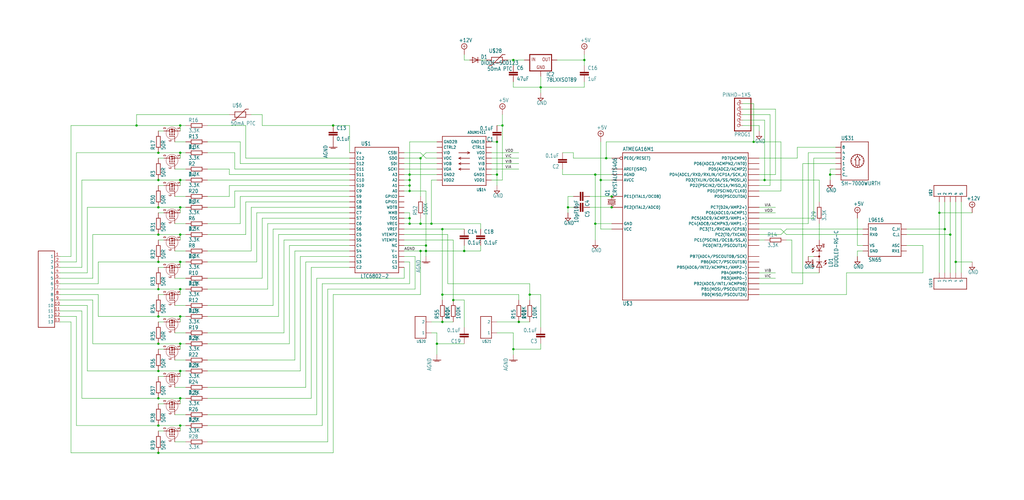
<source format=kicad_sch>
(kicad_sch (version 20211123) (generator eeschema)
  (paper "User" 476.25 232.689)
  (junction (at 281.94 73.66))
  (junction (at 83.82 198.12))
  (junction (at 195.58 73.66))
  (junction (at 200.66 104.14))
  (junction (at 205.74 106.68))
  (junction (at 190.5 101.6))
  (junction (at 436.88 99.06))
  (junction (at 73.66 198.12))
  (junction (at 73.66 185.42))
  (junction (at 83.82 83.82))
  (junction (at 83.82 147.32))
  (junction (at 233.68 58.42))
  (junction (at 73.66 134.62))
  (junction (at 444.5 121.92))
  (junction (at 276.86 104.14))
  (junction (at 83.82 134.62))
  (junction (at 241.3 149.86))
  (junction (at 231.14 81.28))
  (junction (at 441.96 109.22))
  (junction (at 73.66 147.32))
  (junction (at 73.66 109.22))
  (junction (at 190.5 104.14))
  (junction (at 73.66 96.52))
  (junction (at 238.76 162.56))
  (junction (at 83.82 109.22))
  (junction (at 190.5 81.28))
  (junction (at 83.82 185.42))
  (junction (at 190.5 86.36))
  (junction (at 73.66 83.82))
  (junction (at 83.82 58.42))
  (junction (at 83.82 96.52))
  (junction (at 73.66 121.92))
  (junction (at 264.16 96.52))
  (junction (at 439.42 106.68))
  (junction (at 198.12 114.3))
  (junction (at 238.76 27.94))
  (junction (at 73.66 210.82))
  (junction (at 154.94 58.42))
  (junction (at 355.6 83.82))
  (junction (at 73.66 172.72))
  (junction (at 251.46 40.64))
  (junction (at 195.58 104.14))
  (junction (at 279.4 83.82))
  (junction (at 231.14 66.04))
  (junction (at 190.5 83.82))
  (junction (at 276.86 81.28))
  (junction (at 63.5 58.42))
  (junction (at 205.74 149.86))
  (junction (at 203.2 160.02))
  (junction (at 73.66 71.12))
  (junction (at 83.82 71.12))
  (junction (at 190.5 88.9))
  (junction (at 73.66 160.02))
  (junction (at 198.12 116.84))
  (junction (at 205.74 137.16))
  (junction (at 284.48 96.52))
  (junction (at 83.82 160.02))
  (junction (at 246.38 137.16))
  (junction (at 271.78 27.94))
  (junction (at 83.82 172.72))
  (junction (at 386.08 81.28))
  (junction (at 210.82 139.7))
  (junction (at 215.9 116.84))
  (junction (at 195.58 116.84))
  (junction (at 284.48 91.44))
  (junction (at 83.82 121.92))
  (junction (at 350.52 66.04))
  (wire (pts (xy 441.96 109.22) (xy 441.96 93.98)))
  (wire (pts (xy 447.04 127) (xy 447.04 93.98)))
  (wire (pts (xy 388.62 68.58) (xy 370.84 68.58)))
  (wire (pts (xy 124.46 104.14) (xy 124.46 134.62)))
  (wire (pts (xy 38.1 124.46) (xy 27.94 124.46)))
  (wire (pts (xy 358.14 53.34) (xy 345.44 53.34)))
  (wire (pts (xy 208.28 132.08) (xy 208.28 109.22)))
  (wire (pts (xy 187.96 111.76) (xy 210.82 111.76)))
  (wire (pts (xy 198.12 116.84) (xy 198.12 114.3)))
  (wire (pts (xy 398.78 114.3) (xy 398.78 101.6)))
  (wire (pts (xy 205.74 139.7) (xy 205.74 137.16)))
  (wire (pts (xy 198.12 88.9) (xy 190.5 88.9)))
  (wire (pts (xy 264.16 96.52) (xy 264.16 91.44)))
  (wire (pts (xy 83.82 58.42) (xy 63.5 58.42)))
  (wire (pts (xy 259.08 27.94) (xy 271.78 27.94)))
  (wire (pts (xy 83.82 71.12) (xy 73.66 71.12)))
  (wire (pts (xy 83.82 99.06) (xy 83.82 96.52)))
  (wire (pts (xy 360.68 81.28) (xy 360.68 50.8)))
  (wire (pts (xy 152.4 205.74) (xy 96.52 205.74)))
  (wire (pts (xy 246.38 149.86) (xy 241.3 149.86)))
  (wire (pts (xy 73.66 175.26) (xy 76.2 175.26)))
  (wire (pts (xy 86.36 180.34) (xy 81.28 180.34)))
  (wire (pts (xy 401.32 114.3) (xy 398.78 114.3)))
  (wire (pts (xy 223.52 104.14) (xy 223.52 106.68)))
  (wire (pts (xy 86.36 66.04) (xy 81.28 66.04)))
  (wire (pts (xy 203.2 71.12) (xy 198.12 71.12)))
  (wire (pts (xy 444.5 127) (xy 444.5 121.92)))
  (wire (pts (xy 76.2 73.66) (xy 73.66 73.66)))
  (wire (pts (xy 378.46 119.38) (xy 375.92 119.38)))
  (wire (pts (xy 96.52 71.12) (xy 109.22 71.12)))
  (wire (pts (xy 73.66 71.12) (xy 35.56 71.12)))
  (wire (pts (xy 441.96 127) (xy 441.96 109.22)))
  (wire (pts (xy 40.64 142.24) (xy 27.94 142.24)))
  (wire (pts (xy 109.22 96.52) (xy 96.52 96.52)))
  (wire (pts (xy 215.9 116.84) (xy 215.9 114.3)))
  (wire (pts (xy 228.6 71.12) (xy 241.3 71.12)))
  (wire (pts (xy 73.66 96.52) (xy 40.64 96.52)))
  (wire (pts (xy 162.56 96.52) (xy 116.84 96.52)))
  (wire (pts (xy 111.76 66.04) (xy 111.76 76.2)))
  (wire (pts (xy 129.54 147.32) (xy 96.52 147.32)))
  (wire (pts (xy 215.9 116.84) (xy 223.52 116.84)))
  (wire (pts (xy 86.36 83.82) (xy 83.82 83.82)))
  (wire (pts (xy 363.22 109.22) (xy 353.06 109.22)))
  (wire (pts (xy 83.82 124.46) (xy 83.82 121.92)))
  (wire (pts (xy 271.78 40.64) (xy 251.46 40.64)))
  (wire (pts (xy 353.06 86.36) (xy 358.14 86.36)))
  (wire (pts (xy 35.56 147.32) (xy 27.94 147.32)))
  (wire (pts (xy 38.1 185.42) (xy 38.1 144.78)))
  (wire (pts (xy 353.06 127) (xy 360.68 127)))
  (wire (pts (xy 109.22 71.12) (xy 109.22 78.74)))
  (wire (pts (xy 73.66 210.82) (xy 154.94 210.82)))
  (wire (pts (xy 281.94 73.66) (xy 281.94 66.04)))
  (wire (pts (xy 111.76 104.14) (xy 96.52 104.14)))
  (wire (pts (xy 266.7 73.66) (xy 266.7 71.12)))
  (wire (pts (xy 200.66 104.14) (xy 200.66 83.82)))
  (wire (pts (xy 86.36 109.22) (xy 83.82 109.22)))
  (wire (pts (xy 353.06 99.06) (xy 360.68 99.06)))
  (wire (pts (xy 195.58 104.14) (xy 200.66 104.14)))
  (wire (pts (xy 162.56 106.68) (xy 127 106.68)))
  (wire (pts (xy 127 106.68) (xy 127 142.24)))
  (wire (pts (xy 63.5 58.42) (xy 33.02 58.42)))
  (wire (pts (xy 83.82 160.02) (xy 86.36 160.02)))
  (wire (pts (xy 35.56 121.92) (xy 27.94 121.92)))
  (wire (pts (xy 129.54 109.22) (xy 129.54 147.32)))
  (wire (pts (xy 40.64 127) (xy 27.94 127)))
  (wire (pts (xy 111.76 76.2) (xy 162.56 76.2)))
  (wire (pts (xy 134.62 114.3) (xy 134.62 160.02)))
  (wire (pts (xy 73.66 162.56) (xy 76.2 162.56)))
  (wire (pts (xy 350.52 48.26) (xy 345.44 48.26)))
  (wire (pts (xy 198.12 71.12) (xy 195.58 73.66)))
  (wire (pts (xy 223.52 116.84) (xy 223.52 114.3)))
  (wire (pts (xy 73.66 96.52) (xy 83.82 96.52)))
  (wire (pts (xy 228.6 78.74) (xy 241.3 78.74)))
  (wire (pts (xy 401.32 106.68) (xy 365.76 106.68)))
  (wire (pts (xy 33.02 119.38) (xy 27.94 119.38)))
  (wire (pts (xy 439.42 127) (xy 439.42 106.68)))
  (wire (pts (xy 73.66 137.16) (xy 76.2 137.16)))
  (wire (pts (xy 195.58 101.6) (xy 195.58 104.14)))
  (wire (pts (xy 144.78 124.46) (xy 144.78 185.42)))
  (wire (pts (xy 86.36 193.04) (xy 81.28 193.04)))
  (wire (pts (xy 388.62 76.2) (xy 373.38 76.2)))
  (wire (pts (xy 353.06 104.14) (xy 375.92 104.14)))
  (wire (pts (xy 111.76 91.44) (xy 111.76 104.14)))
  (wire (pts (xy 149.86 132.08) (xy 149.86 198.12)))
  (wire (pts (xy 279.4 106.68) (xy 279.4 83.82)))
  (wire (pts (xy 284.48 104.14) (xy 276.86 104.14)))
  (wire (pts (xy 353.06 132.08) (xy 373.38 132.08)))
  (wire (pts (xy 83.82 172.72) (xy 86.36 172.72)))
  (wire (pts (xy 114.3 93.98) (xy 114.3 109.22)))
  (wire (pts (xy 198.12 116.84) (xy 198.12 119.38)))
  (wire (pts (xy 205.74 149.86) (xy 200.66 149.86)))
  (wire (pts (xy 228.6 76.2) (xy 241.3 76.2)))
  (wire (pts (xy 86.36 142.24) (xy 81.28 142.24)))
  (wire (pts (xy 162.56 71.12) (xy 162.56 58.42)))
  (wire (pts (xy 162.56 114.3) (xy 134.62 114.3)))
  (wire (pts (xy 73.66 83.82) (xy 38.1 83.82)))
  (wire (pts (xy 137.16 167.64) (xy 96.52 167.64)))
  (wire (pts (xy 388.62 81.28) (xy 386.08 81.28)))
  (wire (pts (xy 246.38 137.16) (xy 246.38 139.7)))
  (wire (pts (xy 231.14 154.94) (xy 238.76 154.94)))
  (wire (pts (xy 195.58 116.84) (xy 195.58 137.16)))
  (wire (pts (xy 187.96 124.46) (xy 187.96 129.54)))
  (wire (pts (xy 73.66 124.46) (xy 76.2 124.46)))
  (wire (pts (xy 187.96 121.92) (xy 190.5 121.92)))
  (wire (pts (xy 187.96 71.12) (xy 195.58 71.12)))
  (wire (pts (xy 76.2 86.36) (xy 73.66 86.36)))
  (wire (pts (xy 83.82 137.16) (xy 83.82 134.62)))
  (wire (pts (xy 162.56 99.06) (xy 119.38 99.06)))
  (wire (pts (xy 83.82 86.36) (xy 83.82 83.82)))
  (wire (pts (xy 195.58 73.66) (xy 187.96 73.66)))
  (wire (pts (xy 86.36 104.14) (xy 81.28 104.14)))
  (wire (pts (xy 162.56 119.38) (xy 139.7 119.38)))
  (wire (pts (xy 73.66 134.62) (xy 83.82 134.62)))
  (wire (pts (xy 83.82 187.96) (xy 83.82 185.42)))
  (wire (pts (xy 106.68 53.34) (xy 63.5 53.34)))
  (wire (pts (xy 363.22 106.68) (xy 365.76 109.22)))
  (wire (pts (xy 210.82 139.7) (xy 210.82 111.76)))
  (wire (pts (xy 45.72 121.92) (xy 45.72 132.08)))
  (wire (pts (xy 43.18 129.54) (xy 27.94 129.54)))
  (wire (pts (xy 114.3 109.22) (xy 96.52 109.22)))
  (wire (pts (xy 83.82 73.66) (xy 83.82 71.12)))
  (wire (pts (xy 231.14 81.28) (xy 231.14 86.36)))
  (wire (pts (xy 124.46 134.62) (xy 96.52 134.62)))
  (wire (pts (xy 162.56 104.14) (xy 124.46 104.14)))
  (wire (pts (xy 228.6 81.28) (xy 231.14 81.28)))
  (wire (pts (xy 162.56 83.82) (xy 96.52 83.82)))
  (wire (pts (xy 231.14 66.04) (xy 231.14 81.28)))
  (wire (pts (xy 119.38 121.92) (xy 96.52 121.92)))
  (wire (pts (xy 215.9 27.94) (xy 215.9 25.4)))
  (wire (pts (xy 238.76 27.94) (xy 243.84 27.94)))
  (wire (pts (xy 73.66 149.86) (xy 76.2 149.86)))
  (wire (pts (xy 241.3 139.7) (xy 241.3 137.16)))
  (wire (pts (xy 373.38 132.08) (xy 373.38 76.2)))
  (wire (pts (xy 365.76 109.22) (xy 401.32 109.22)))
  (wire (pts (xy 86.36 78.74) (xy 81.28 78.74)))
  (wire (pts (xy 388.62 73.66) (xy 378.46 73.66)))
  (wire (pts (xy 228.6 66.04) (xy 231.14 66.04)))
  (wire (pts (xy 43.18 109.22) (xy 43.18 129.54)))
  (wire (pts (xy 355.6 55.88) (xy 355.6 83.82)))
  (wire (pts (xy 86.36 91.44) (xy 81.28 91.44)))
  (wire (pts (xy 147.32 129.54) (xy 147.32 193.04)))
  (wire (pts (xy 162.56 121.92) (xy 142.24 121.92)))
  (wire (pts (xy 162.56 111.76) (xy 132.08 111.76)))
  (wire (pts (xy 274.32 96.52) (xy 284.48 96.52)))
  (wire (pts (xy 83.82 60.96) (xy 83.82 58.42)))
  (wire (pts (xy 83.82 198.12) (xy 73.66 198.12)))
  (wire (pts (xy 401.32 116.84) (xy 398.78 116.84)))
  (wire (pts (xy 205.74 106.68) (xy 215.9 106.68)))
  (wire (pts (xy 251.46 40.64) (xy 251.46 43.18)))
  (wire (pts (xy 203.2 160.02) (xy 203.2 165.1)))
  (wire (pts (xy 398.78 116.84) (xy 398.78 119.38)))
  (wire (pts (xy 261.62 81.28) (xy 261.62 78.74)))
  (wire (pts (xy 439.42 93.98) (xy 439.42 106.68)))
  (wire (pts (xy 187.96 88.9) (xy 190.5 88.9)))
  (wire (pts (xy 121.92 58.42) (xy 121.92 53.34)))
  (wire (pts (xy 284.48 81.28) (xy 276.86 81.28)))
  (wire (pts (xy 203.2 154.94) (xy 203.2 160.02)))
  (wire (pts (xy 106.68 91.44) (xy 96.52 91.44)))
  (wire (pts (xy 236.22 27.94) (xy 238.76 27.94)))
  (wire (pts (xy 429.26 127) (xy 393.7 127)))
  (wire (pts (xy 45.72 147.32) (xy 45.72 137.16)))
  (wire (pts (xy 127 142.24) (xy 96.52 142.24)))
  (wire (pts (xy 365.76 111.76) (xy 368.3 111.76)))
  (wire (pts (xy 190.5 99.06) (xy 190.5 101.6)))
  (wire (pts (xy 353.06 106.68) (xy 363.22 106.68)))
  (wire (pts (xy 132.08 154.94) (xy 96.52 154.94)))
  (wire (pts (xy 162.56 101.6) (xy 121.92 101.6)))
  (wire (pts (xy 73.66 160.02) (xy 83.82 160.02)))
  (wire (pts (xy 251.46 152.4) (xy 251.46 137.16)))
  (wire (pts (xy 38.1 83.82) (xy 38.1 124.46)))
  (wire (pts (xy 200.66 83.82) (xy 203.2 83.82)))
  (wire (pts (xy 198.12 73.66) (xy 203.2 73.66)))
  (wire (pts (xy 134.62 160.02) (xy 96.52 160.02)))
  (wire (pts (xy 83.82 134.62) (xy 86.36 134.62)))
  (wire (pts (xy 187.96 76.2) (xy 203.2 76.2)))
  (wire (pts (xy 284.48 73.66) (xy 281.94 73.66)))
  (wire (pts (xy 45.72 132.08) (xy 27.94 132.08)))
  (wire (pts (xy 353.06 88.9) (xy 363.22 88.9)))
  (wire (pts (xy 429.26 114.3) (xy 429.26 127)))
  (wire (pts (xy 83.82 121.92) (xy 86.36 121.92)))
  (wire (pts (xy 142.24 180.34) (xy 96.52 180.34)))
  (wire (pts (xy 368.3 127) (xy 381 127)))
  (wire (pts (xy 45.72 137.16) (xy 27.94 137.16)))
  (wire (pts (xy 233.68 83.82) (xy 233.68 58.42)))
  (wire (pts (xy 228.6 73.66) (xy 241.3 73.66)))
  (wire (pts (xy 187.96 119.38) (xy 193.04 119.38)))
  (wire (pts (xy 154.94 58.42) (xy 162.56 58.42)))
  (wire (pts (xy 200.66 154.94) (xy 203.2 154.94)))
  (wire (pts (xy 40.64 172.72) (xy 40.64 142.24)))
  (wire (pts (xy 73.66 160.02) (xy 43.18 160.02)))
  (wire (pts (xy 73.66 198.12) (xy 35.56 198.12)))
  (wire (pts (xy 276.86 81.28) (xy 261.62 81.28)))
  (wire (pts (xy 187.96 104.14) (xy 190.5 104.14)))
  (wire (pts (xy 154.94 137.16) (xy 154.94 210.82)))
  (wire (pts (xy 106.68 86.36) (xy 106.68 91.44)))
  (wire (pts (xy 190.5 101.6) (xy 190.5 104.14)))
  (wire (pts (xy 154.94 58.42) (xy 121.92 58.42)))
  (wire (pts (xy 421.64 114.3) (xy 429.26 114.3)))
  (wire (pts (xy 238.76 162.56) (xy 251.46 162.56)))
  (wire (pts (xy 83.82 149.86) (xy 83.82 147.32)))
  (wire (pts (xy 106.68 78.74) (xy 106.68 81.28)))
  (wire (pts (xy 195.58 71.12) (xy 198.12 73.66)))
  (wire (pts (xy 187.96 106.68) (xy 205.74 106.68)))
  (wire (pts (xy 264.16 96.52) (xy 266.7 96.52)))
  (wire (pts (xy 190.5 66.04) (xy 190.5 81.28)))
  (wire (pts (xy 215.9 139.7) (xy 210.82 139.7)))
  (wire (pts (xy 73.66 121.92) (xy 83.82 121.92)))
  (wire (pts (xy 114.3 58.42) (xy 96.52 58.42)))
  (wire (pts (xy 218.44 27.94) (xy 215.9 27.94)))
  (wire (pts (xy 279.4 66.04) (xy 279.4 83.82)))
  (wire (pts (xy 195.58 91.44) (xy 195.58 73.66)))
  (wire (pts (xy 264.16 91.44) (xy 266.7 91.44)))
  (wire (pts (xy 73.66 172.72) (xy 40.64 172.72)))
  (wire (pts (xy 200.66 104.14) (xy 223.52 104.14)))
  (wire (pts (xy 353.06 129.54) (xy 360.68 129.54)))
  (wire (pts (xy 190.5 121.92) (xy 190.5 132.08)))
  (wire (pts (xy 345.44 55.88) (xy 355.6 55.88)))
  (wire (pts (xy 116.84 116.84) (xy 96.52 116.84)))
  (wire (pts (xy 271.78 25.4) (xy 271.78 27.94)))
  (wire (pts (xy 73.66 187.96) (xy 76.2 187.96)))
  (wire (pts (xy 271.78 27.94) (xy 271.78 30.48)))
  (wire (pts (xy 375.92 71.12) (xy 375.92 104.14)))
  (wire (pts (xy 76.2 60.96) (xy 73.66 60.96)))
  (wire (pts (xy 73.66 185.42) (xy 38.1 185.42)))
  (wire (pts (xy 388.62 71.12) (xy 375.92 71.12)))
  (wire (pts (xy 231.14 58.42) (xy 233.68 58.42)))
  (wire (pts (xy 86.36 116.84) (xy 81.28 116.84)))
  (wire (pts (xy 83.82 111.76) (xy 83.82 109.22)))
  (wire (pts (xy 43.18 160.02) (xy 43.18 139.7)))
  (wire (pts (xy 33.02 210.82) (xy 33.02 149.86)))
  (wire (pts (xy 195.58 116.84) (xy 198.12 116.84)))
  (wire (pts (xy 353.06 96.52) (xy 360.68 96.52)))
  (wire (pts (xy 190.5 81.28) (xy 190.5 83.82)))
  (wire (pts (xy 40.64 96.52) (xy 40.64 127)))
  (wire (pts (xy 223.52 27.94) (xy 226.06 27.94)))
  (wire (pts (xy 246.38 132.08) (xy 208.28 132.08)))
  (wire (pts (xy 251.46 35.56) (xy 251.46 40.64)))
  (wire (pts (xy 73.66 111.76) (xy 76.2 111.76)))
  (wire (pts (xy 353.06 81.28) (xy 360.68 81.28)))
  (wire (pts (xy 86.36 154.94) (xy 81.28 154.94)))
  (wire (pts (xy 452.12 99.06) (xy 436.88 99.06)))
  (wire (pts (xy 238.76 162.56) (xy 238.76 165.1)))
  (wire (pts (xy 198.12 116.84) (xy 215.9 116.84)))
  (wire (pts (xy 190.5 88.9) (xy 190.5 86.36)))
  (wire (pts (xy 381 83.82) (xy 381 93.98)))
  (wire (pts (xy 83.82 147.32) (xy 86.36 147.32)))
  (wire (pts (xy 83.82 109.22) (xy 73.66 109.22)))
  (wire (pts (xy 139.7 119.38) (xy 139.7 172.72)))
  (wire (pts (xy 393.7 127) (xy 393.7 137.16)))
  (wire (pts (xy 132.08 111.76) (xy 132.08 154.94)))
  (wire (pts (xy 86.36 205.74) (xy 81.28 205.74)))
  (wire (pts (xy 284.48 83.82) (xy 279.4 83.82)))
  (wire (pts (xy 452.12 121.92) (xy 444.5 121.92)))
  (wire (pts (xy 187.96 78.74) (xy 203.2 78.74)))
  (wire (pts (xy 241.3 137.16) (xy 205.74 137.16)))
  (wire (pts (xy 266.7 71.12) (xy 261.62 71.12)))
  (wire (pts (xy 210.82 149.86) (xy 205.74 149.86)))
  (wire (pts (xy 208.28 109.22) (xy 187.96 109.22)))
  (wire (pts (xy 73.66 210.82) (xy 33.02 210.82)))
  (wire (pts (xy 363.22 88.9) (xy 363.22 66.04)))
  (wire (pts (xy 231.14 149.86) (xy 241.3 149.86)))
  (wire (pts (xy 83.82 96.52) (xy 86.36 96.52)))
  (wire (pts (xy 162.56 109.22) (xy 129.54 109.22)))
  (wire (pts (xy 73.66 147.32) (xy 83.82 147.32)))
  (wire (pts (xy 198.12 114.3) (xy 198.12 88.9)))
  (wire (pts (xy 187.96 81.28) (xy 190.5 81.28)))
  (wire (pts (xy 187.96 129.54) (xy 147.32 129.54)))
  (wire (pts (xy 35.56 198.12) (xy 35.56 147.32)))
  (wire (pts (xy 190.5 83.82) (xy 187.96 83.82)))
  (wire (pts (xy 83.82 175.26) (xy 83.82 172.72)))
  (wire (pts (xy 73.66 134.62) (xy 27.94 134.62)))
  (wire (pts (xy 355.6 111.76) (xy 353.06 111.76)))
  (wire (pts (xy 353.06 101.6) (xy 378.46 101.6)))
  (wire (pts (xy 109.22 88.9) (xy 109.22 96.52)))
  (wire (pts (xy 162.56 91.44) (xy 111.76 91.44)))
  (wire (pts (xy 76.2 99.06) (xy 73.66 99.06)))
  (wire (pts (xy 149.86 198.12) (xy 96.52 198.12)))
  (wire (pts (xy 238.76 30.48) (xy 238.76 27.94)))
  (wire (pts (xy 35.56 71.12) (xy 35.56 121.92)))
  (wire (pts (xy 137.16 116.84) (xy 137.16 167.64)))
  (wire (pts (xy 144.78 185.42) (xy 96.52 185.42)))
  (wire (pts (xy 195.58 137.16) (xy 154.94 137.16)))
  (wire (pts (xy 190.5 104.14) (xy 195.58 104.14)))
  (wire (pts (xy 276.86 104.14) (xy 276.86 111.76)))
  (wire (pts (xy 246.38 132.08) (xy 246.38 137.16)))
  (wire (pts (xy 187.96 116.84) (xy 195.58 116.84)))
  (wire (pts (xy 142.24 121.92) (xy 142.24 180.34)))
  (wire (pts (xy 358.14 86.36) (xy 358.14 53.34)))
  (wire (pts (xy 215.9 152.4) (xy 215.9 139.7)))
  (wire (pts (xy 162.56 116.84) (xy 137.16 116.84)))
  (wire (pts (xy 147.32 193.04) (xy 96.52 193.04)))
  (wire (pts (xy 162.56 124.46) (xy 144.78 124.46)))
  (wire (pts (xy 436.88 127) (xy 436.88 99.06)))
  (wire (pts (xy 281.94 73.66) (xy 266.7 73.66)))
  (wire (pts (xy 121.92 53.34) (xy 116.84 53.34)))
  (wire (pts (xy 96.52 66.04) (xy 111.76 66.04)))
  (wire (pts (xy 86.36 129.54) (xy 81.28 129.54)))
  (wire (pts (xy 73.66 185.42) (xy 83.82 185.42)))
  (wire (pts (xy 116.84 96.52) (xy 116.84 116.84)))
  (wire (pts (xy 119.38 99.06) (xy 119.38 121.92)))
  (wire (pts (xy 162.56 73.66) (xy 114.3 73.66)))
  (wire (pts (xy 215.9 160.02) (xy 203.2 160.02)))
  (wire (pts (xy 73.66 172.72) (xy 83.82 172.72)))
  (wire (pts (xy 284.48 106.68) (xy 279.4 106.68)))
  (wire (pts (xy 73.66 109.22) (xy 43.18 109.22)))
  (wire (pts (xy 33.02 149.86) (xy 27.94 149.86)))
  (wire (pts (xy 139.7 172.72) (xy 96.52 172.72)))
  (wire (pts (xy 251.46 162.56) (xy 251.46 160.02)))
  (wire (pts (xy 86.36 198.12) (xy 83.82 198.12)))
  (wire (pts (xy 83.82 162.56) (xy 83.82 160.02)))
  (wire (pts (xy 187.96 86.36) (xy 190.5 86.36)))
  (wire (pts (xy 444.5 121.92) (xy 444.5 93.98)))
  (wire (pts (xy 73.66 147.32) (xy 45.72 147.32)))
  (wire (pts (xy 83.82 83.82) (xy 73.66 83.82)))
  (wire (pts (xy 86.36 167.64) (xy 81.28 167.64)))
  (wire (pts (xy 203.2 81.28) (xy 190.5 81.28)))
  (wire (pts (xy 363.22 66.04) (xy 350.52 66.04)))
  (wire (pts (xy 73.66 121.92) (xy 45.72 121.92)))
  (wire (pts (xy 187.96 101.6) (xy 190.5 101.6)))
  (wire (pts (xy 43.18 139.7) (xy 27.94 139.7)))
  (wire (pts (xy 190.5 132.08) (xy 149.86 132.08)))
  (wire (pts (xy 238.76 154.94) (xy 238.76 162.56)))
  (wire (pts (xy 365.76 106.68) (xy 363.22 109.22)))
  (wire (pts (xy 109.22 78.74) (xy 162.56 78.74)))
  (wire (pts (xy 388.62 78.74) (xy 386.08 78.74)))
  (wire (pts (xy 421.64 106.68) (xy 439.42 106.68)))
  (wire (pts (xy 152.4 134.62) (xy 152.4 205.74)))
  (wire (pts (xy 370.84 68.58) (xy 370.84 73.66)))
  (wire (pts (xy 386.08 78.74) (xy 386.08 81.28)))
  (wire (pts (xy 86.36 71.12) (xy 83.82 71.12)))
  (wire (pts (xy 350.52 66.04) (xy 350.52 48.26)))
  (wire (pts (xy 233.68 58.42) (xy 233.68 53.34)))
  (wire (pts (xy 205.74 137.16) (xy 205.74 106.68)))
  (wire (pts (xy 63.5 53.34) (xy 63.5 58.42)))
  (wire (pts (xy 436.88 93.98) (xy 436.88 99.06)))
  (wire (pts (xy 162.56 88.9) (xy 109.22 88.9)))
  (wire (pts (xy 83.82 200.66) (xy 83.82 198.12)))
  (wire (pts (xy 203.2 66.04) (xy 190.5 66.04)))
  (wire (pts (xy 274.32 91.44) (xy 284.48 91.44)))
  (wire (pts (xy 251.46 137.16) (xy 246.38 137.16)))
  (wire (pts (xy 193.04 134.62) (xy 152.4 134.62)))
  (wire (pts (xy 187.96 99.06) (xy 190.5 99.06)))
  (wire (pts (xy 378.46 101.6) (xy 378.46 73.66)))
  (wire (pts (xy 345.44 58.42) (xy 353.06 58.42)))
  (wire (pts (xy 238.76 40.64) (xy 238.76 38.1)))
  (wire (pts (xy 86.36 58.42) (xy 83.82 58.42)))
  (wire (pts (xy 386.08 81.28) (xy 386.08 83.82)))
  (wire (pts (xy 368.3 111.76) (xy 368.3 127)))
  (wire (pts (xy 281.94 66.04) (xy 350.52 66.04)))
  (wire (pts (xy 121.92 129.54) (xy 96.52 129.54)))
  (wire (pts (xy 355.6 83.82) (xy 353.06 83.82)))
  (wire (pts (xy 114.3 73.66) (xy 114.3 58.42)))
  (wire (pts (xy 162.56 93.98) (xy 114.3 93.98)))
  (wire (pts (xy 353.06 73.66) (xy 370.84 73.66)))
  (wire (pts (xy 381 111.76) (xy 381 104.14)))
  (wire (pts (xy 271.78 38.1) (xy 271.78 40.64)))
  (wire (pts (xy 187.96 114.3) (xy 198.12 114.3)))
  (wire (pts (xy 355.6 83.82) (xy 381 83.82)))
  (wire (pts (xy 360.68 50.8) (xy 345.44 50.8)))
  (wire (pts (xy 83.82 185.42) (xy 86.36 185.42)))
  (wire (pts (xy 106.68 81.28) (xy 162.56 81.28)))
  (wire (pts (xy 162.56 86.36) (xy 106.68 86.36)))
  (wire (pts (xy 393.7 137.16) (xy 353.06 137.16)))
  (wire (pts (xy 264.16 99.06) (xy 264.16 96.52)))
  (wire (pts (xy 353.06 58.42) (xy 353.06 60.96)))
  (wire (pts (xy 276.86 81.28) (xy 276.86 104.14)))
  (wire (pts (xy 38.1 144.78) (xy 27.94 144.78)))
  (wire (pts (xy 251.46 40.64) (xy 238.76 40.64)))
  (wire (pts (xy 190.5 86.36) (xy 190.5 83.82)))
  (wire (pts (xy 228.6 83.82) (xy 233.68 83.82)))
  (wire (pts (xy 193.04 119.38) (xy 193.04 134.62)))
  (wire (pts (xy 73.66 200.66) (xy 76.2 200.66)))
  (wire (pts (xy 33.02 58.42) (xy 33.02 119.38)))
  (wire (pts (xy 96.52 78.74) (xy 106.68 78.74)))
  (wire (pts (xy 421.64 109.22) (xy 441.96 109.22)))
  (wire (pts (xy 121.92 101.6) (xy 121.92 129.54)))
  (label "VOD" (at 355.6 99.06 0) (effects (font (size 1.2446 1.2446))))
  (label "VIB" (at 234.95 76.2 0) (effects (font (size 1.2446 1.2446))))
  (label "VIA" (at 234.95 78.74 0) (effects (font (size 1.2446 1.2446))))
  (label "VIB" (at 355.6 127 0) (effects (font (size 1.2446 1.2446))))
  (label "VOD" (at 234.95 71.12 0) (effects (font (size 1.2446 1.2446))))
  (label "VIA" (at 355.6 96.52 0) (effects (font (size 1.2446 1.2446))))
  (label "VIC" (at 355.6 129.54 0) (effects (font (size 1.2446 1.2446))))
  (label "VIC" (at 234.95 73.66 0) (effects (font (size 1.2446 1.2446))))
  (label "AGND" (at 187.96 116.84 0) (effects (font (size 1.2446 1.2446))))
  (symbol (lib_id "BMS12v3-eagle-import:SI2351DS") (at 81.28 60.96 90) (unit 1)
    (property "Reference" "U$4" (effects hide))
    (property "Value" "SI2351DS" (effects hide))
    (property "Footprint" "BMS12v3:SOT23" (effects hide))
  )
  (symbol (lib_id "BMS12v3-eagle-import:GND") (at 251.46 45.72 0) (unit 1)
    (property "Reference" "#SUPPLY3" (effects hide))
    (property "Value" "GND" (at 249.555 48.895 0) (effects (font (size 1.778 1.5113)) (justify left bottom)))
    (property "Footprint" "BMS12v3:" (effects hide))
  )
  (symbol (lib_id "BMS12v3-eagle-import:R-EU_R2512") (at 73.66 91.44 90) (unit 1)
    (property "Reference" "R30" (at 72.1614 95.25 0) (effects (font (size 1.778 1.5113)) (justify left bottom)))
    (property "Value" "50R" (at 76.962 95.25 0) (effects (font (size 1.778 1.5113)) (justify left bottom)))
    (property "Footprint" "BMS12v3:R2512" (effects hide))
  )
  (symbol (lib_id "BMS12v3-eagle-import:GND") (at 276.86 114.3 0) (unit 1)
    (property "Reference" "#SUPPLY15" (effects hide))
    (property "Value" "GND" (at 274.955 117.475 0) (effects (font (size 1.778 1.5113)) (justify left bottom)))
    (property "Footprint" "BMS12v3:" (effects hide))
  )
  (symbol (lib_id "BMS12v3-eagle-import:SI2351DS") (at 81.28 162.56 90) (unit 1)
    (property "Reference" "U$13" (effects hide))
    (property "Value" "SI2351DS" (effects hide))
    (property "Footprint" "BMS12v3:SOT23" (effects hide))
  )
  (symbol (lib_id "BMS12v3-eagle-import:R-EU_R2512") (at 73.66 167.64 90) (unit 1)
    (property "Reference" "R36" (at 72.1614 171.45 0) (effects (font (size 1.778 1.5113)) (justify left bottom)))
    (property "Value" "50R" (at 76.962 171.45 0) (effects (font (size 1.778 1.5113)) (justify left bottom)))
    (property "Footprint" "BMS12v3:R2512" (effects hide))
  )
  (symbol (lib_id "BMS12v3-eagle-import:R-EU_R0805") (at 91.44 129.54 0) (unit 1)
    (property "Reference" "R10" (at 87.63 128.0414 0) (effects (font (size 1.778 1.5113)) (justify left bottom)))
    (property "Value" "3.3K" (at 87.63 132.842 0) (effects (font (size 1.778 1.5113)) (justify left bottom)))
    (property "Footprint" "BMS12v3:R0805" (effects hide))
  )
  (symbol (lib_id "BMS12v3-eagle-import:AGND") (at 198.12 121.92 0) (unit 1)
    (property "Reference" "#AGND13" (effects hide))
    (property "Value" "AGND" (at 195.58 127 90) (effects (font (size 1.778 1.5113)) (justify left bottom)))
    (property "Footprint" "BMS12v3:" (effects hide))
  )
  (symbol (lib_id "BMS12v3-eagle-import:C-EUC1206") (at 238.76 33.02 0) (unit 1)
    (property "Reference" "C6" (at 240.284 32.639 0) (effects (font (size 1.778 1.5113)) (justify left bottom)))
    (property "Value" "47uF" (at 240.284 37.719 0) (effects (font (size 1.778 1.5113)) (justify left bottom)))
    (property "Footprint" "BMS12v3:C1206" (effects hide))
  )
  (symbol (lib_id "BMS12v3-eagle-import:+12V") (at 452.12 96.52 0) (unit 1)
    (property "Reference" "#SUPPLY8" (effects hide))
    (property "Value" "+12V" (at 449.58 93.345 0) (effects (font (size 1.778 1.5113)) (justify left bottom)))
    (property "Footprint" "BMS12v3:" (effects hide))
  )
  (symbol (lib_id "BMS12v3-eagle-import:C-EUC0805") (at 271.78 96.52 270) (unit 1)
    (property "Reference" "C5" (at 272.161 98.044 0) (effects (font (size 1.778 1.5113)) (justify left bottom)))
    (property "Value" "10pF" (at 267.081 98.044 0) (effects (font (size 1.778 1.5113)) (justify left bottom)))
    (property "Footprint" "BMS12v3:C0805" (effects hide))
  )
  (symbol (lib_id "BMS12v3-eagle-import:SI2351DS") (at 81.28 187.96 90) (unit 1)
    (property "Reference" "U$16" (effects hide))
    (property "Value" "SI2351DS" (effects hide))
    (property "Footprint" "BMS12v3:SOT23" (effects hide))
  )
  (symbol (lib_id "BMS12v3-eagle-import:C-EUC0805") (at 251.46 157.48 180) (unit 1)
    (property "Reference" "C3" (at 249.936 157.861 0) (effects (font (size 1.778 1.5113)) (justify left bottom)))
    (property "Value" "0.1uF" (at 249.936 152.781 0) (effects (font (size 1.778 1.5113)) (justify left bottom)))
    (property "Footprint" "BMS12v3:C0805" (effects hide))
  )
  (symbol (lib_id "BMS12v3-eagle-import:R-EU_R2512") (at 73.66 129.54 90) (unit 1)
    (property "Reference" "R33" (at 72.1614 133.35 0) (effects (font (size 1.778 1.5113)) (justify left bottom)))
    (property "Value" "50R" (at 76.962 133.35 0) (effects (font (size 1.778 1.5113)) (justify left bottom)))
    (property "Footprint" "BMS12v3:R2512" (effects hide))
  )
  (symbol (lib_id "BMS12v3-eagle-import:DIODE-SOD123") (at 220.98 27.94 0) (unit 1)
    (property "Reference" "D1" (at 223.52 27.4574 0) (effects (font (size 1.778 1.5113)) (justify left bottom)))
    (property "Value" "DIODE-SOD123" (at 223.52 30.2514 0) (effects (font (size 1.778 1.5113)) (justify left bottom)))
    (property "Footprint" "BMS12v3:SOD123" (effects hide))
  )
  (symbol (lib_id "BMS12v3-eagle-import:R-EU_R0805") (at 91.44 96.52 0) (unit 1)
    (property "Reference" "R5" (at 87.63 95.0214 0) (effects (font (size 1.778 1.5113)) (justify left bottom)))
    (property "Value" "3.3K" (at 87.63 99.822 0) (effects (font (size 1.778 1.5113)) (justify left bottom)))
    (property "Footprint" "BMS12v3:R0805" (effects hide))
  )
  (symbol (lib_id "BMS12v3-eagle-import:SI2351DS") (at 81.28 200.66 90) (unit 1)
    (property "Reference" "U$17" (effects hide))
    (property "Value" "SI2351DS" (effects hide))
    (property "Footprint" "BMS12v3:SOT23" (effects hide))
  )
  (symbol (lib_id "BMS12v3-eagle-import:GND") (at 353.06 63.5 0) (unit 1)
    (property "Reference" "#SUPPLY14" (effects hide))
    (property "Value" "GND" (at 351.155 66.675 0) (effects (font (size 1.778 1.5113)) (justify left bottom)))
    (property "Footprint" "BMS12v3:" (effects hide))
  )
  (symbol (lib_id "BMS12v3-eagle-import:GND") (at 231.14 88.9 0) (unit 1)
    (property "Reference" "#SUPPLY11" (effects hide))
    (property "Value" "GND" (at 229.235 92.075 0) (effects (font (size 1.778 1.5113)) (justify left bottom)))
    (property "Footprint" "BMS12v3:" (effects hide))
  )
  (symbol (lib_id "BMS12v3-eagle-import:R-EU_R0805") (at 91.44 134.62 0) (unit 1)
    (property "Reference" "R11" (at 87.63 133.1214 0) (effects (font (size 1.778 1.5113)) (justify left bottom)))
    (property "Value" "3.3K" (at 87.63 137.922 0) (effects (font (size 1.778 1.5113)) (justify left bottom)))
    (property "Footprint" "BMS12v3:R0805" (effects hide))
  )
  (symbol (lib_id "BMS12v3-eagle-import:R-EU_R2512") (at 73.66 78.74 90) (unit 1)
    (property "Reference" "R3" (at 72.1614 82.55 0) (effects (font (size 1.778 1.5113)) (justify left bottom)))
    (property "Value" "50R" (at 76.962 82.55 0) (effects (font (size 1.778 1.5113)) (justify left bottom)))
    (property "Footprint" "BMS12v3:R2512" (effects hide))
  )
  (symbol (lib_id "BMS12v3-eagle-import:R-EU_R0805") (at 91.44 198.12 0) (unit 1)
    (property "Reference" "R27" (at 87.63 196.6214 0) (effects (font (size 1.778 1.5113)) (justify left bottom)))
    (property "Value" "3.3K" (at 87.63 201.422 0) (effects (font (size 1.778 1.5113)) (justify left bottom)))
    (property "Footprint" "BMS12v3:R0805" (effects hide))
  )
  (symbol (lib_id "BMS12v3-eagle-import:SI2351DS") (at 81.28 175.26 90) (unit 1)
    (property "Reference" "U$15" (effects hide))
    (property "Value" "SI2351DS" (effects hide))
    (property "Footprint" "BMS12v3:SOT23" (effects hide))
  )
  (symbol (lib_id "BMS12v3-eagle-import:R-EU_R0805") (at 91.44 160.02 0) (unit 1)
    (property "Reference" "R21" (at 87.63 158.5214 0) (effects (font (size 1.778 1.5113)) (justify left bottom)))
    (property "Value" "3.3K" (at 87.63 163.322 0) (effects (font (size 1.778 1.5113)) (justify left bottom)))
    (property "Footprint" "BMS12v3:R0805" (effects hide))
  )
  (symbol (lib_id "BMS12v3-eagle-import:C-EUC0805") (at 271.78 33.02 0) (unit 1)
    (property "Reference" "C16" (at 273.304 32.639 0) (effects (font (size 1.778 1.5113)) (justify left bottom)))
    (property "Value" "1uF" (at 273.304 37.719 0) (effects (font (size 1.778 1.5113)) (justify left bottom)))
    (property "Footprint" "BMS12v3:C0805" (effects hide))
  )
  (symbol (lib_id "BMS12v3-eagle-import:MOLEX-39502-1002") (at 195.58 152.4 180) (unit 1)
    (property "Reference" "U$20" (at 198.12 158.242 0) (effects (font (size 1.27 1.0795)) (justify left bottom)))
    (property "Value" "MOLEX-39502-1002" (effects hide))
    (property "Footprint" "BMS12v3:MOLEX-39502-1002" (effects hide))
  )
  (symbol (lib_id "BMS12v3-eagle-import:L9616") (at 411.48 111.76 0) (unit 1)
    (property "Reference" "SN65" (at 403.86 121.92 0) (effects (font (size 1.778 1.5113)) (justify left bottom)))
    (property "Value" "L9616" (at 403.86 103.378 0) (effects (font (size 1.778 1.5113)) (justify left bottom)))
    (property "Footprint" "BMS12v3:SOIC8" (effects hide))
  )
  (symbol (lib_id "BMS12v3-eagle-import:R-EU_R2512") (at 73.66 205.74 90) (unit 1)
    (property "Reference" "R39" (at 72.1614 209.55 0) (effects (font (size 1.778 1.5113)) (justify left bottom)))
    (property "Value" "50R" (at 76.962 209.55 0) (effects (font (size 1.778 1.5113)) (justify left bottom)))
    (property "Footprint" "BMS12v3:R2512" (effects hide))
  )
  (symbol (lib_id "BMS12v3-eagle-import:R-EU_R0805") (at 91.44 205.74 0) (unit 1)
    (property "Reference" "R28" (at 87.63 204.2414 0) (effects (font (size 1.778 1.5113)) (justify left bottom)))
    (property "Value" "3.3K" (at 87.63 209.042 0) (effects (font (size 1.778 1.5113)) (justify left bottom)))
    (property "Footprint" "BMS12v3:R0805" (effects hide))
  )
  (symbol (lib_id "BMS12v3-eagle-import:+5V") (at 233.68 50.8 0) (unit 1)
    (property "Reference" "#SUPPLY12" (effects hide))
    (property "Value" "+5V" (at 231.775 47.625 0) (effects (font (size 1.778 1.5113)) (justify left bottom)))
    (property "Footprint" "BMS12v3:" (effects hide))
  )
  (symbol (lib_id "BMS12v3-eagle-import:R-EU_R0805") (at 360.68 111.76 0) (unit 1)
    (property "Reference" "R14" (at 356.87 110.2614 0) (effects (font (size 1.778 1.5113)) (justify left bottom)))
    (property "Value" "3.3K" (at 356.87 115.062 0) (effects (font (size 1.778 1.5113)) (justify left bottom)))
    (property "Footprint" "BMS12v3:R0805" (effects hide))
  )
  (symbol (lib_id "BMS12v3-eagle-import:MOLEX-39502-1002") (at 226.06 152.4 180) (unit 1)
    (property "Reference" "U$21" (at 228.6 158.242 0) (effects (font (size 1.27 1.0795)) (justify left bottom)))
    (property "Value" "MOLEX-39502-1002" (effects hide))
    (property "Footprint" "BMS12v3:MOLEX-39502-1002" (effects hide))
  )
  (symbol (lib_id "BMS12v3-eagle-import:SI2351DS") (at 81.28 86.36 90) (unit 1)
    (property "Reference" "U$7" (effects hide))
    (property "Value" "SI2351DS" (effects hide))
    (property "Footprint" "BMS12v3:SOT23" (effects hide))
  )
  (symbol (lib_id "BMS12v3-eagle-import:AGND") (at 238.76 167.64 0) (unit 1)
    (property "Reference" "#AGND1" (effects hide))
    (property "Value" "AGND" (at 236.22 172.72 90) (effects (font (size 1.778 1.5113)) (justify left bottom)))
    (property "Footprint" "BMS12v3:" (effects hide))
  )
  (symbol (lib_id "BMS12v3-eagle-import:R-EU_R0805") (at 91.44 180.34 0) (unit 1)
    (property "Reference" "R24" (at 87.63 178.8414 0) (effects (font (size 1.778 1.5113)) (justify left bottom)))
    (property "Value" "3.3K" (at 87.63 183.642 0) (effects (font (size 1.778 1.5113)) (justify left bottom)))
    (property "Footprint" "BMS12v3:R0805" (effects hide))
  )
  (symbol (lib_id "BMS12v3-eagle-import:C-EUC0805") (at 154.94 60.96 0) (unit 1)
    (property "Reference" "C13" (at 156.464 60.579 0) (effects (font (size 1.778 1.5113)) (justify left bottom)))
    (property "Value" "0.1uF" (at 156.464 65.659 0) (effects (font (size 1.778 1.5113)) (justify left bottom)))
    (property "Footprint" "BMS12v3:C0805" (effects hide))
  )
  (symbol (lib_id "BMS12v3-eagle-import:AGND") (at 203.2 167.64 0) (unit 1)
    (property "Reference" "#AGND16" (effects hide))
    (property "Value" "AGND" (at 200.66 172.72 90) (effects (font (size 1.778 1.5113)) (justify left bottom)))
    (property "Footprint" "BMS12v3:" (effects hide))
  )
  (symbol (lib_id "BMS12v3-eagle-import:R-EU_R0805") (at 91.44 167.64 0) (unit 1)
    (property "Reference" "R22" (at 87.63 166.1414 0) (effects (font (size 1.778 1.5113)) (justify left bottom)))
    (property "Value" "3.3K" (at 87.63 170.942 0) (effects (font (size 1.778 1.5113)) (justify left bottom)))
    (property "Footprint" "BMS12v3:R0805" (effects hide))
  )
  (symbol (lib_id "BMS12v3-eagle-import:+5V") (at 398.78 99.06 0) (unit 1)
    (property "Reference" "#SUPPLY1" (effects hide))
    (property "Value" "+5V" (at 396.875 95.885 0) (effects (font (size 1.778 1.5113)) (justify left bottom)))
    (property "Footprint" "BMS12v3:" (effects hide))
  )
  (symbol (lib_id "BMS12v3-eagle-import:CRYSTALCTS406") (at 284.48 93.98 90) (unit 1)
    (property "Reference" "Q1" (at 283.464 91.44 0) (effects (font (size 1.778 1.5113)) (justify left bottom)))
    (property "Value" "CRYSTALCTS406" (at 287.02 91.44 0) (effects (font (size 1.778 1.5113)) (justify left bottom)))
    (property "Footprint" "BMS12v3:CTS406" (effects hide))
  )
  (symbol (lib_id "BMS12v3-eagle-import:R-EU_R0805") (at 91.44 83.82 0) (unit 1)
    (property "Reference" "R4" (at 87.63 82.3214 0) (effects (font (size 1.778 1.5113)) (justify left bottom)))
    (property "Value" "3.3K" (at 87.63 87.122 0) (effects (font (size 1.778 1.5113)) (justify left bottom)))
    (property "Footprint" "BMS12v3:R0805" (effects hide))
  )
  (symbol (lib_id "BMS12v3-eagle-import:R-EU_R0805") (at 246.38 144.78 90) (unit 1)
    (property "Reference" "R41" (at 244.8814 148.59 0) (effects (font (size 1.778 1.5113)) (justify left bottom)))
    (property "Value" "100K" (at 249.682 148.59 0) (effects (font (size 1.778 1.5113)) (justify left bottom)))
    (property "Footprint" "BMS12v3:R0805" (effects hide))
  )
  (symbol (lib_id "BMS12v3-eagle-import:R-EU_R0805") (at 91.44 142.24 0) (unit 1)
    (property "Reference" "R12" (at 87.63 140.7414 0) (effects (font (size 1.778 1.5113)) (justify left bottom)))
    (property "Value" "3.3K" (at 87.63 145.542 0) (effects (font (size 1.778 1.5113)) (justify left bottom)))
    (property "Footprint" "BMS12v3:R0805" (effects hide))
  )
  (symbol (lib_id "BMS12v3-eagle-import:SH-7000WURTH") (at 393.7 76.2 0) (unit 1)
    (property "Reference" "U$31" (at 391.16 65.278 0) (effects (font (size 1.778 1.5113)) (justify left bottom)))
    (property "Value" "SH-7000WURTH" (at 391.16 86.36 0) (effects (font (size 1.778 1.5113)) (justify left bottom)))
    (property "Footprint" "BMS12v3:WS-ROTV" (effects hide))
  )
  (symbol (lib_id "BMS12v3-eagle-import:1206_POLYSWITCH") (at 231.14 27.94 0) (unit 1)
    (property "Reference" "U$28" (at 227.33 24.638 0) (effects (font (size 1.778 1.5113)) (justify left bottom)))
    (property "Value" "50mA PTC" (at 226.568 33.02 0) (effects (font (size 1.778 1.5113)) (justify left bottom)))
    (property "Footprint" "BMS12v3:1206" (effects hide))
  )
  (symbol (lib_id "BMS12v3-eagle-import:R-EU_R0805") (at 91.44 185.42 0) (unit 1)
    (property "Reference" "R25" (at 87.63 183.9214 0) (effects (font (size 1.778 1.5113)) (justify left bottom)))
    (property "Value" "3.3K" (at 87.63 188.722 0) (effects (font (size 1.778 1.5113)) (justify left bottom)))
    (property "Footprint" "BMS12v3:R0805" (effects hide))
  )
  (symbol (lib_id "BMS12v3-eagle-import:+5V") (at 271.78 22.86 0) (unit 1)
    (property "Reference" "#SUPPLY4" (effects hide))
    (property "Value" "+5V" (at 269.875 19.685 0) (effects (font (size 1.778 1.5113)) (justify left bottom)))
    (property "Footprint" "BMS12v3:" (effects hide))
  )
  (symbol (lib_id "BMS12v3-eagle-import:GND") (at 375.92 121.92 0) (unit 1)
    (property "Reference" "#SUPPLY16" (effects hide))
    (property "Value" "GND" (at 374.015 125.095 0) (effects (font (size 1.778 1.5113)) (justify left bottom)))
    (property "Footprint" "BMS12v3:" (effects hide))
  )
  (symbol (lib_id "BMS12v3-eagle-import:R-EU_R2512") (at 73.66 180.34 90) (unit 1)
    (property "Reference" "R37" (at 72.1614 184.15 0) (effects (font (size 1.778 1.5113)) (justify left bottom)))
    (property "Value" "50R" (at 76.962 184.15 0) (effects (font (size 1.778 1.5113)) (justify left bottom)))
    (property "Footprint" "BMS12v3:R2512" (effects hide))
  )
  (symbol (lib_id "BMS12v3-eagle-import:SI2351DS") (at 81.28 99.06 90) (unit 1)
    (property "Reference" "U$8" (effects hide))
    (property "Value" "SI2351DS" (effects hide))
    (property "Footprint" "BMS12v3:SOT23" (effects hide))
  )
  (symbol (lib_id "BMS12v3-eagle-import:R-EU_R0805") (at 210.82 144.78 90) (unit 1)
    (property "Reference" "R40" (at 209.3214 148.59 0) (effects (font (size 1.778 1.5113)) (justify left bottom)))
    (property "Value" "100K" (at 214.122 148.59 0) (effects (font (size 1.778 1.5113)) (justify left bottom)))
    (property "Footprint" "BMS12v3:R0805" (effects hide))
  )
  (symbol (lib_id "BMS12v3-eagle-import:C-EUC0805") (at 215.9 109.22 0) (unit 1)
    (property "Reference" "C14" (at 217.424 108.839 0) (effects (font (size 1.778 1.5113)) (justify left bottom)))
    (property "Value" "0.1uF" (at 217.424 113.919 0) (effects (font (size 1.778 1.5113)) (justify left bottom)))
    (property "Footprint" "BMS12v3:C0805" (effects hide))
  )
  (symbol (lib_id "BMS12v3-eagle-import:R-EU_R0805") (at 91.44 104.14 0) (unit 1)
    (property "Reference" "R6" (at 87.63 102.6414 0) (effects (font (size 1.778 1.5113)) (justify left bottom)))
    (property "Value" "3.3K" (at 87.63 107.442 0) (effects (font (size 1.778 1.5113)) (justify left bottom)))
    (property "Footprint" "BMS12v3:R0805" (effects hide))
  )
  (symbol (lib_id "BMS12v3-eagle-import:R-EU_R0805") (at 91.44 116.84 0) (unit 1)
    (property "Reference" "R8" (at 87.63 115.3414 0) (effects (font (size 1.778 1.5113)) (justify left bottom)))
    (property "Value" "3.3K" (at 87.63 120.142 0) (effects (font (size 1.778 1.5113)) (justify left bottom)))
    (property "Footprint" "BMS12v3:R0805" (effects hide))
  )
  (symbol (lib_id "BMS12v3-eagle-import:R-EU_R2512") (at 73.66 142.24 90) (unit 1)
    (property "Reference" "R34" (at 72.1614 146.05 0) (effects (font (size 1.778 1.5113)) (justify left bottom)))
    (property "Value" "50R" (at 76.962 146.05 0) (effects (font (size 1.778 1.5113)) (justify left bottom)))
    (property "Footprint" "BMS12v3:R2512" (effects hide))
  )
  (symbol (lib_id "BMS12v3-eagle-import:R-EU_R0805") (at 91.44 71.12 0) (unit 1)
    (property "Reference" "R1" (at 87.63 69.6214 0) (effects (font (size 1.778 1.5113)) (justify left bottom)))
    (property "Value" "3.3K" (at 87.63 74.422 0) (effects (font (size 1.778 1.5113)) (justify left bottom)))
    (property "Footprint" "BMS12v3:R0805" (effects hide))
  )
  (symbol (lib_id "BMS12v3-eagle-import:GND") (at 452.12 124.46 0) (unit 1)
    (property "Reference" "#SUPPLY7" (effects hide))
    (property "Value" "GND" (at 450.215 127.635 0) (effects (font (size 1.778 1.5113)) (justify left bottom)))
    (property "Footprint" "BMS12v3:" (effects hide))
  )
  (symbol (lib_id "BMS12v3-eagle-import:GND") (at 264.16 101.6 0) (unit 1)
    (property "Reference" "#SUPPLY5" (effects hide))
    (property "Value" "GND" (at 262.255 104.775 0) (effects (font (size 1.778 1.5113)) (justify left bottom)))
    (property "Footprint" "BMS12v3:" (effects hide))
  )
  (symbol (lib_id "BMS12v3-eagle-import:R-EU_R0805") (at 241.3 144.78 90) (unit 1)
    (property "Reference" "R15" (at 239.8014 148.59 0) (effects (font (size 1.778 1.5113)) (justify left bottom)))
    (property "Value" "100K" (at 244.602 148.59 0) (effects (font (size 1.778 1.5113)) (justify left bottom)))
    (property "Footprint" "BMS12v3:R0805" (effects hide))
  )
  (symbol (lib_id "BMS12v3-eagle-import:C-EUC0805") (at 215.9 157.48 180) (unit 1)
    (property "Reference" "C19" (at 214.376 157.861 0) (effects (font (size 1.778 1.5113)) (justify left bottom)))
    (property "Value" "0.1uF" (at 214.376 152.781 0) (effects (font (size 1.778 1.5113)) (justify left bottom)))
    (property "Footprint" "BMS12v3:C0805" (effects hide))
  )
  (symbol (lib_id "BMS12v3-eagle-import:C-EUC0805") (at 223.52 109.22 0) (unit 1)
    (property "Reference" "C18" (at 225.044 108.839 0) (effects (font (size 1.778 1.5113)) (justify left bottom)))
    (property "Value" "0.1uF" (at 225.044 113.919 0) (effects (font (size 1.778 1.5113)) (justify left bottom)))
    (property "Footprint" "BMS12v3:C0805" (effects hide))
  )
  (symbol (lib_id "BMS12v3-eagle-import:GND") (at 386.08 86.36 0) (unit 1)
    (property "Reference" "#SUPPLY9" (effects hide))
    (property "Value" "GND" (at 384.175 89.535 0) (effects (font (size 1.778 1.5113)) (justify left bottom)))
    (property "Footprint" "BMS12v3:" (effects hide))
  )
  (symbol (lib_id "BMS12v3-eagle-import:MOLEX_TERM_BLOCK_13") (at 22.86 134.62 0) (mirror y) (unit 1)
    (property "Reference" "U$18" (effects hide))
    (property "Value" "MOLEX_TERM_BLOCK_13" (effects hide))
    (property "Footprint" "BMS12v3:MOLEX_TERM_BLOCK_13" (effects hide))
  )
  (symbol (lib_id "BMS12v3-eagle-import:R-EU_R0805") (at 91.44 78.74 0) (unit 1)
    (property "Reference" "R2" (at 87.63 77.2414 0) (effects (font (size 1.778 1.5113)) (justify left bottom)))
    (property "Value" "3.3K" (at 87.63 82.042 0) (effects (font (size 1.778 1.5113)) (justify left bottom)))
    (property "Footprint" "BMS12v3:R0805" (effects hide))
  )
  (symbol (lib_id "BMS12v3-eagle-import:SI2351DS") (at 81.28 124.46 90) (unit 1)
    (property "Reference" "U$10" (effects hide))
    (property "Value" "SI2351DS" (effects hide))
    (property "Footprint" "BMS12v3:SOT23" (effects hide))
  )
  (symbol (lib_id "BMS12v3-eagle-import:R-EU_R0805") (at 195.58 96.52 90) (unit 1)
    (property "Reference" "R52" (at 194.0814 100.33 0) (effects (font (size 1.778 1.5113)) (justify left bottom)))
    (property "Value" "100K" (at 198.882 100.33 0) (effects (font (size 1.778 1.5113)) (justify left bottom)))
    (property "Footprint" "BMS12v3:R0805" (effects hide))
  )
  (symbol (lib_id "BMS12v3-eagle-import:ATMEGA16M1") (at 320.04 106.68 0) (unit 1)
    (property "Reference" "U$3" (at 289.56 142.24 0) (effects (font (size 1.778 1.5113)) (justify left bottom)))
    (property "Value" "ATMEGA16M1" (at 289.56 70.358 0) (effects (font (size 1.778 1.5113)) (justify left bottom)))
    (property "Footprint" "BMS12v3:TQFP32" (effects hide))
  )
  (symbol (lib_id "BMS12v3-eagle-import:GND") (at 398.78 121.92 0) (unit 1)
    (property "Reference" "#SUPPLY2" (effects hide))
    (property "Value" "GND" (at 396.875 125.095 0) (effects (font (size 1.778 1.5113)) (justify left bottom)))
    (property "Footprint" "BMS12v3:" (effects hide))
  )
  (symbol (lib_id "BMS12v3-eagle-import:DUOLED-RG-C") (at 381 119.38 0) (unit 1)
    (property "Reference" "LD1" (at 387.35 124.46 90) (effects (font (size 1.778 1.5113)) (justify left bottom)))
    (property "Value" "DUOLED-RG-C" (at 389.89 124.46 90) (effects (font (size 1.778 1.5113)) (justify left bottom)))
    (property "Footprint" "BMS12v3:DUOLED-C-5MM" (effects hide))
  )
  (symbol (lib_id "BMS12v3-eagle-import:PINHD-1X5") (at 342.9 53.34 180) (unit 1)
    (property "Reference" "PROG1" (at 349.25 61.595 0) (effects (font (size 1.778 1.5113)) (justify left bottom)))
    (property "Value" "PINHD-1X5" (at 349.25 43.18 0) (effects (font (size 1.778 1.5113)) (justify left bottom)))
    (property "Footprint" "BMS12v3:1X05" (effects hide))
  )
  (symbol (lib_id "BMS12v3-eagle-import:R-EU_R0805") (at 91.44 172.72 0) (unit 1)
    (property "Reference" "R23" (at 87.63 171.2214 0) (effects (font (size 1.778 1.5113)) (justify left bottom)))
    (property "Value" "3.3K" (at 87.63 176.022 0) (effects (font (size 1.778 1.5113)) (justify left bottom)))
    (property "Footprint" "BMS12v3:R0805" (effects hide))
  )
  (symbol (lib_id "BMS12v3-eagle-import:R-EU_R0805") (at 91.44 58.42 0) (unit 1)
    (property "Reference" "R16" (at 87.63 56.9214 0) (effects (font (size 1.778 1.5113)) (justify left bottom)))
    (property "Value" "3.3K" (at 87.63 61.722 0) (effects (font (size 1.778 1.5113)) (justify left bottom)))
    (property "Footprint" "BMS12v3:R0805" (effects hide))
  )
  (symbol (lib_id "BMS12v3-eagle-import:R-EU_R0805") (at 91.44 91.44 0) (unit 1)
    (property "Reference" "R20" (at 87.63 89.9414 0) (effects (font (size 1.778 1.5113)) (justify left bottom)))
    (property "Value" "3.3K" (at 87.63 94.742 0) (effects (font (size 1.778 1.5113)) (justify left bottom)))
    (property "Footprint" "BMS12v3:R0805" (effects hide))
  )
  (symbol (lib_id "BMS12v3-eagle-import:R-EU_R0805") (at 91.44 154.94 0) (unit 1)
    (property "Reference" "R19" (at 87.63 153.4414 0) (effects (font (size 1.778 1.5113)) (justify left bottom)))
    (property "Value" "3.3K" (at 87.63 158.242 0) (effects (font (size 1.778 1.5113)) (justify left bottom)))
    (property "Footprint" "BMS12v3:R0805" (effects hide))
  )
  (symbol (lib_id "BMS12v3-eagle-import:R-EU_R0805") (at 91.44 109.22 0) (unit 1)
    (property "Reference" "R7" (at 87.63 107.7214 0) (effects (font (size 1.778 1.5113)) (justify left bottom)))
    (property "Value" "3.3K" (at 87.63 112.522 0) (effects (font (size 1.778 1.5113)) (justify left bottom)))
    (property "Footprint" "BMS12v3:R0805" (effects hide))
  )
  (symbol (lib_id "BMS12v3-eagle-import:R-EU_R0805") (at 91.44 121.92 0) (unit 1)
    (property "Reference" "R9" (at 87.63 120.4214 0) (effects (font (size 1.778 1.5113)) (justify left bottom)))
    (property "Value" "3.3K" (at 87.63 125.222 0) (effects (font (size 1.778 1.5113)) (justify left bottom)))
    (property "Footprint" "BMS12v3:R0805" (effects hide))
  )
  (symbol (lib_id "BMS12v3-eagle-import:R-EU_R0805") (at 91.44 193.04 0) (unit 1)
    (property "Reference" "R26" (at 87.63 191.5414 0) (effects (font (size 1.778 1.5113)) (justify left bottom)))
    (property "Value" "3.3K" (at 87.63 196.342 0) (effects (font (size 1.778 1.5113)) (justify left bottom)))
    (property "Footprint" "BMS12v3:R0805" (effects hide))
  )
  (symbol (lib_id "BMS12v3-eagle-import:LTC6802-2") (at 175.26 93.98 0) (unit 1)
    (property "Reference" "U$1" (at 167.894 67.818 0) (effects (font (size 1.778 1.5113)) (justify left bottom)))
    (property "Value" "LTC6802-2" (at 167.64 129.54 0) (effects (font (size 1.778 1.5113)) (justify left bottom)))
    (property "Footprint" "BMS12v3:SSOP-44" (effects hide))
  )
  (symbol (lib_id "BMS12v3-eagle-import:C-EUC0805") (at 271.78 91.44 270) (unit 1)
    (property "Reference" "C4" (at 272.161 92.964 0) (effects (font (size 1.778 1.5113)) (justify left bottom)))
    (property "Value" "10pF" (at 267.081 92.964 0) (effects (font (size 1.778 1.5113)) (justify left bottom)))
    (property "Footprint" "BMS12v3:C0805" (effects hide))
  )
  (symbol (lib_id "BMS12v3-eagle-import:R-EU_R2512") (at 73.66 116.84 90) (unit 1)
    (property "Reference" "R32" (at 72.1614 120.65 0) (effects (font (size 1.778 1.5113)) (justify left bottom)))
    (property "Value" "50R" (at 76.962 120.65 0) (effects (font (size 1.778 1.5113)) (justify left bottom)))
    (property "Footprint" "BMS12v3:R2512" (effects hide))
  )
  (symbol (lib_id "BMS12v3-eagle-import:1206_POLYSWITCH") (at 111.76 53.34 0) (unit 1)
    (property "Reference" "U$6" (at 107.95 50.038 0) (effects (font (size 1.778 1.5113)) (justify left bottom)))
    (property "Value" "50mA PTC" (at 107.188 58.42 0) (effects (font (size 1.778 1.5113)) (justify left bottom)))
    (property "Footprint" "BMS12v3:1206" (effects hide))
  )
  (symbol (lib_id "BMS12v3-eagle-import:SI2351DS") (at 81.28 73.66 90) (unit 1)
    (property "Reference" "U$5" (effects hide))
    (property "Value" "SI2351DS" (effects hide))
    (property "Footprint" "BMS12v3:SOT23" (effects hide))
  )
  (symbol (lib_id "BMS12v3-eagle-import:R-EU_R0805") (at 205.74 144.78 90) (unit 1)
    (property "Reference" "R55" (at 204.2414 148.59 0) (effects (font (size 1.778 1.5113)) (justify left bottom)))
    (property "Value" "100K" (at 209.042 148.59 0) (effects (font (size 1.778 1.5113)) (justify left bottom)))
    (property "Footprint" "BMS12v3:R0805" (effects hide))
  )
  (symbol (lib_id "BMS12v3-eagle-import:C-EUC0805") (at 231.14 63.5 180) (unit 1)
    (property "Reference" "C1" (at 229.616 63.881 0) (effects (font (size 1.778 1.5113)) (justify left bottom)))
    (property "Value" "0.1uF" (at 229.616 58.801 0) (effects (font (size 1.778 1.5113)) (justify left bottom)))
    (property "Footprint" "BMS12v3:C0805" (effects hide))
  )
  (symbol (lib_id "BMS12v3-eagle-import:ADUM1411") (at 215.9 73.66 180) (unit 1)
    (property "Reference" "U$14" (at 226.06 87.63 0) (effects (font (size 1.27 1.0795)) (justify left bottom)))
    (property "Value" "ADUM1411" (at 226.06 60.96 0) (effects (font (size 1.27 1.0795)) (justify left bottom)))
    (property "Footprint" "BMS12v3:SOIC16W" (effects hide))
  )
  (symbol (lib_id "BMS12v3-eagle-import:+5V") (at 279.4 63.5 0) (unit 1)
    (property "Reference" "#SUPPLY13" (effects hide))
    (property "Value" "+5V" (at 277.495 60.325 0) (effects (font (size 1.778 1.5113)) (justify left bottom)))
    (property "Footprint" "BMS12v3:" (effects hide))
  )
  (symbol (lib_id "BMS12v3-eagle-import:R-EU_R2512") (at 73.66 66.04 90) (unit 1)
    (property "Reference" "R17" (at 72.1614 69.85 0) (effects (font (size 1.778 1.5113)) (justify left bottom)))
    (property "Value" "50R" (at 76.962 69.85 0) (effects (font (size 1.778 1.5113)) (justify left bottom)))
    (property "Footprint" "BMS12v3:R2512" (effects hide))
  )
  (symbol (lib_id "BMS12v3-eagle-import:R-EU_R2512") (at 73.66 104.14 90) (unit 1)
    (property "Reference" "R31" (at 72.1614 107.95 0) (effects (font (size 1.778 1.5113)) (justify left bottom)))
    (property "Value" "50R" (at 76.962 107.95 0) (effects (font (size 1.778 1.5113)) (justify left bottom)))
    (property "Footprint" "BMS12v3:R2512" (effects hide))
  )
  (symbol (lib_id "BMS12v3-eagle-import:78LXXSOT89") (at 251.46 27.94 0) (unit 1)
    (property "Reference" "IC2" (at 254 35.56 0) (effects (font (size 1.778 1.5113)) (justify left bottom)))
    (property "Value" "78LXXSOT89" (at 254 38.1 0) (effects (font (size 1.778 1.5113)) (justify left bottom)))
    (property "Footprint" "BMS12v3:SOT89R" (effects hide))
  )
  (symbol (lib_id "BMS12v3-eagle-import:R-EU_R2512") (at 73.66 154.94 90) (unit 1)
    (property "Reference" "R35" (at 72.1614 158.75 0) (effects (font (size 1.778 1.5113)) (justify left bottom)))
    (property "Value" "50R" (at 76.962 158.75 0) (effects (font (size 1.778 1.5113)) (justify left bottom)))
    (property "Footprint" "BMS12v3:R2512" (effects hide))
  )
  (symbol (lib_id "BMS12v3-eagle-import:R-EU_R0805") (at 91.44 66.04 0) (unit 1)
    (property "Reference" "R13" (at 87.63 64.5414 0) (effects (font (size 1.778 1.5113)) (justify left bottom)))
    (property "Value" "3.3K" (at 87.63 69.342 0) (effects (font (size 1.778 1.5113)) (justify left bottom)))
    (property "Footprint" "BMS12v3:R0805" (effects hide))
  )
  (symbol (lib_id "BMS12v3-eagle-import:+12V") (at 215.9 22.86 0) (unit 1)
    (property "Reference" "#SUPPLY10" (effects hide))
    (property "Value" "+12V" (at 213.36 19.685 0) (effects (font (size 1.778 1.5113)) (justify left bottom)))
    (property "Footprint" "BMS12v3:" (effects hide))
  )
  (symbol (lib_id "BMS12v3-eagle-import:MOLEX-39502-1005") (at 441.96 132.08 90) (mirror x) (unit 1)
    (property "Reference" "U$19" (at 433.578 129.54 0) (effects (font (size 1.27 1.0795)) (justify left bottom)))
    (property "Value" "MOLEX-39502-1005" (effects hide))
    (property "Footprint" "BMS12v3:MOLEX-39502-1005" (effects hide))
  )
  (symbol (lib_id "BMS12v3-eagle-import:SI2351DS") (at 81.28 137.16 90) (unit 1)
    (property "Reference" "U$11" (effects hide))
    (property "Value" "SI2351DS" (effects hide))
    (property "Footprint" "BMS12v3:SOT23" (effects hide))
  )
  (symbol (lib_id "BMS12v3-eagle-import:MOLEX-39502-1005") (at 441.96 88.9 90) (unit 1)
    (property "Reference" "U$2" (at 433.578 91.44 0) (effects (font (size 1.27 1.0795)) (justify left bottom)))
    (property "Value" "MOLEX-39502-1005" (effects hide))
    (property "Footprint" "BMS12v3:MOLEX-39502-1005" (effects hide))
  )
  (symbol (lib_id "BMS12v3-eagle-import:AGND") (at 154.94 68.58 0) (unit 1)
    (property "Reference" "#AGND14" (effects hide))
    (property "Value" "AGND" (at 152.4 73.66 90) (effects (font (size 1.778 1.5113)) (justify left bottom)))
    (property "Footprint" "BMS12v3:" (effects hide))
  )
  (symbol (lib_id "BMS12v3-eagle-import:R-EU_R2512") (at 73.66 193.04 90) (unit 1)
    (property "Reference" "R38" (at 72.1614 196.85 0) (effects (font (size 1.778 1.5113)) (justify left bottom)))
    (property "Value" "50R" (at 76.962 196.85 0) (effects (font (size 1.778 1.5113)) (justify left bottom)))
    (property "Footprint" "BMS12v3:R2512" (effects hide))
  )
  (symbol (lib_id "BMS12v3-eagle-import:SI2351DS") (at 81.28 111.76 90) (unit 1)
    (property "Reference" "U$9" (effects hide))
    (property "Value" "SI2351DS" (effects hide))
    (property "Footprint" "BMS12v3:SOT23" (effects hide))
  )
  (symbol (lib_id "BMS12v3-eagle-import:C-EUC0805") (at 261.62 76.2 180) (unit 1)
    (property "Reference" "C2" (at 260.096 76.581 0) (effects (font (size 1.778 1.5113)) (justify left bottom)))
    (property "Value" "0.1uF" (at 260.096 71.501 0) (effects (font (size 1.778 1.5113)) (justify left bottom)))
    (property "Footprint" "BMS12v3:C0805" (effects hide))
  )
  (symbol (lib_id "BMS12v3-eagle-import:R-EU_R0805") (at 91.44 147.32 0) (unit 1)
    (property "Reference" "R18" (at 87.63 145.8214 0) (effects (font (size 1.778 1.5113)) (justify left bottom)))
    (property "Value" "3.3K" (at 87.63 150.622 0) (effects (font (size 1.778 1.5113)) (justify left bottom)))
    (property "Footprint" "BMS12v3:R0805" (effects hide))
  )
  (symbol (lib_id "BMS12v3-eagle-import:R-EU_R0805") (at 381 99.06 90) (unit 1)
    (property "Reference" "R29" (at 379.5014 102.87 0) (effects (font (size 1.778 1.5113)) (justify left bottom)))
    (property "Value" "3.3K" (at 384.302 102.87 0) (effects (font (size 1.778 1.5113)) (justify left bottom)))
    (property "Footprint" "BMS12v3:R0805" (effects hide))
  )
  (symbol (lib_id "BMS12v3-eagle-import:SI2351DS") (at 81.28 149.86 90) (unit 1)
    (property "Reference" "U$12" (effects hide))
    (property "Value" "SI2351DS" (effects hide))
    (property "Footprint" "BMS12v3:SOT23" (effects hide))
  )
)
</source>
